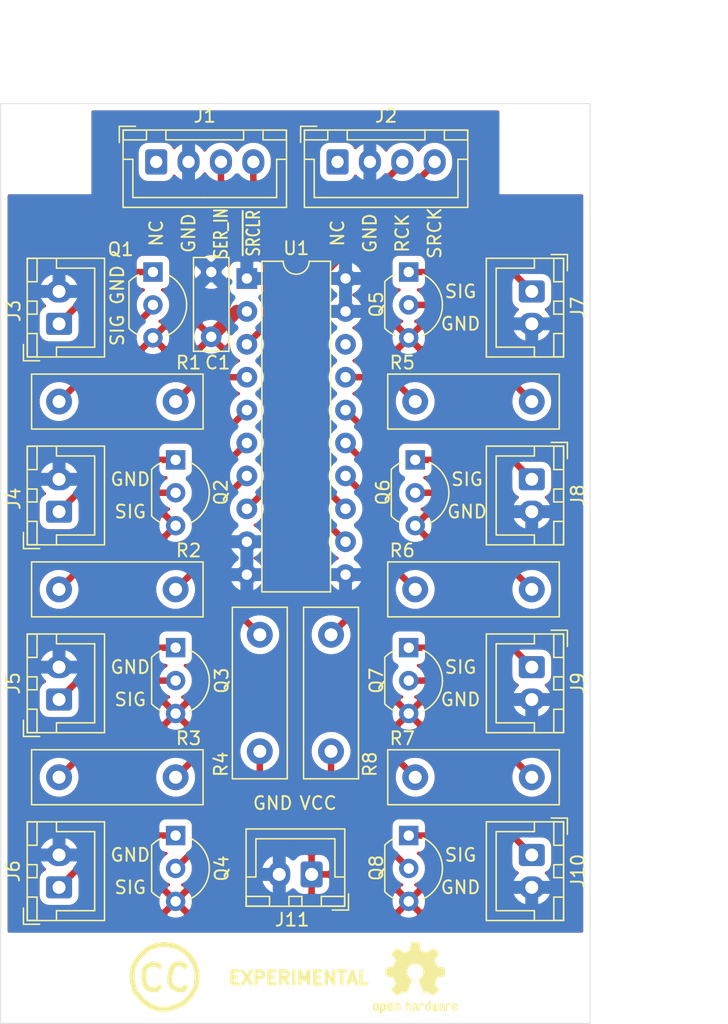
<source format=kicad_pcb>
(kicad_pcb (version 20171130) (host pcbnew "(5.1.4)-1")
  (layers (0 F.Cu signal) (31 B.Cu signal) (34 B.Paste user) (35 F.Paste user) (36 B.SilkS user) (37 F.SilkS user) (38 B.Mask user) (39 F.Mask user) (44 Edge.Cuts user))
  (net 0 "")
  (net 1 GND)
  (net 2 +5V)
  (net 3 "Net-(Q1-Pad2)")
  (net 4 "Net-(Q2-Pad2)")
  (net 5 "Net-(Q3-Pad2)")
  (net 6 "Net-(Q4-Pad2)")
  (net 7 "Net-(U1-Pad18)")
  (net 8 "Net-(J1-Pad1)")
  (net 9 "Net-(J2-Pad1)")
  (net 10 DRAIN0)
  (net 11 DRAIN1)
  (net 12 DRAIN7)
  (net 13 DRAIN6)
  (net 14 SRCLR)
  (net 15 SER_IN)
  (net 16 SRCK)
  (net 17 RCLK)
  (net 18 "Net-(J3-Pad1)")
  (net 19 "Net-(J4-Pad1)")
  (net 20 "Net-(J5-Pad1)")
  (net 21 "Net-(J6-Pad1)")
  (net 22 "Net-(J7-Pad1)")
  (net 23 "Net-(J8-Pad1)")
  (net 24 "Net-(J9-Pad1)")
  (net 25 "Net-(J10-Pad1)")
  (net 26 "Net-(Q5-Pad2)")
  (net 27 "Net-(Q6-Pad2)")
  (net 28 "Net-(Q7-Pad2)")
  (net 29 "Net-(Q8-Pad2)")
  (net 30 DRAIN2)
  (net 31 DRAIN3)
  (net 32 DRAIN5)
  (net 33 DRAIN4)
  (module Package_DIP:DIP-20_W7.62mm (layer F.Cu) (at 143 47)
    (fp_text reference U1 (at 3.81 -2.33) (layer F.SilkS))
    (fp_text value TPIC6595)
    (pad 20 thru_hole oval (at 7.62 0) (size 1.6 1.6) (drill 0.8) (layers *.Cu *.Mask) (net 1 GND))
    (pad 10 thru_hole oval (at 0 22.86) (size 1.6 1.6) (drill 0.8) (layers *.Cu *.Mask) (net 1 GND))
    (pad 19 thru_hole oval (at 7.62 2.54) (size 1.6 1.6) (drill 0.8) (layers *.Cu *.Mask) (net 1 GND))
    (pad 9 thru_hole oval (at 0 20.32) (size 1.6 1.6) (drill 0.8) (layers *.Cu *.Mask) (net 1 GND))
    (pad 18 thru_hole oval (at 7.62 5.08) (size 1.6 1.6) (drill 0.8) (layers *.Cu *.Mask) (net 7 "Net-(U1-Pad18)"))
    (pad 8 thru_hole oval (at 0 17.78) (size 1.6 1.6) (drill 0.8) (layers *.Cu *.Mask) (net 14 SRCLR))
    (pad 17 thru_hole oval (at 7.62 7.62) (size 1.6 1.6) (drill 0.8) (layers *.Cu *.Mask) (net 12 DRAIN7))
    (pad 7 thru_hole oval (at 0 15.24) (size 1.6 1.6) (drill 0.8) (layers *.Cu *.Mask) (net 31 DRAIN3))
    (pad 16 thru_hole oval (at 7.62 10.16) (size 1.6 1.6) (drill 0.8) (layers *.Cu *.Mask) (net 13 DRAIN6))
    (pad 6 thru_hole oval (at 0 12.7) (size 1.6 1.6) (drill 0.8) (layers *.Cu *.Mask) (net 30 DRAIN2))
    (pad 15 thru_hole oval (at 7.62 12.7) (size 1.6 1.6) (drill 0.8) (layers *.Cu *.Mask) (net 32 DRAIN5))
    (pad 5 thru_hole oval (at 0 10.16) (size 1.6 1.6) (drill 0.8) (layers *.Cu *.Mask) (net 11 DRAIN1))
    (pad 14 thru_hole oval (at 7.62 15.24) (size 1.6 1.6) (drill 0.8) (layers *.Cu *.Mask) (net 33 DRAIN4))
    (pad 4 thru_hole oval (at 0 7.62) (size 1.6 1.6) (drill 0.8) (layers *.Cu *.Mask) (net 10 DRAIN0))
    (pad 13 thru_hole oval (at 7.62 17.78) (size 1.6 1.6) (drill 0.8) (layers *.Cu *.Mask) (net 16 SRCK))
    (pad 3 thru_hole oval (at 0 5.08) (size 1.6 1.6) (drill 0.8) (layers *.Cu *.Mask) (net 15 SER_IN))
    (pad 12 thru_hole oval (at 7.62 20.32) (size 1.6 1.6) (drill 0.8) (layers *.Cu *.Mask) (net 17 RCLK))
    (pad 2 thru_hole oval (at 0 2.54) (size 1.6 1.6) (drill 0.8) (layers *.Cu *.Mask) (net 2 +5V))
    (pad 11 thru_hole oval (at 7.62 22.86) (size 1.6 1.6) (drill 0.8) (layers *.Cu *.Mask) (net 1 GND))
    (pad 1 thru_hole rect (at 0 0) (size 1.6 1.6) (drill 0.8) (layers *.Cu *.Mask) (net 1 GND))
  )
  (module Resistor_THT:R_Box_L13.0mm_W4.0mm_P9.00mm (layer F.Cu) (at 149.5 74.5 270)
    (fp_text reference R8 (at 10 -3 90) (layer F.SilkS))
    (fp_text value 270)
    (pad 2 thru_hole circle (at 9 0 270) (size 2 2) (drill 1) (layers *.Cu *.Mask) (net 29 "Net-(Q8-Pad2)"))
    (pad 1 thru_hole circle (at 0 0 270) (size 2 2) (drill 1) (layers *.Cu *.Mask) (net 33 DRAIN4))
  )
  (module Resistor_THT:R_Box_L13.0mm_W4.0mm_P9.00mm (layer F.Cu) (at 156 85.5)
    (fp_text reference R7 (at -1 -3) (layer F.SilkS))
    (fp_text value 270)
    (pad 2 thru_hole circle (at 9 0) (size 2 2) (drill 1) (layers *.Cu *.Mask) (net 28 "Net-(Q7-Pad2)"))
    (pad 1 thru_hole circle (at 0 0) (size 2 2) (drill 1) (layers *.Cu *.Mask) (net 32 DRAIN5))
  )
  (module Resistor_THT:R_Box_L13.0mm_W4.0mm_P9.00mm (layer F.Cu) (at 144 74.5 270)
    (fp_text reference R4 (at 10 3 90) (layer F.SilkS))
    (fp_text value 270)
    (pad 2 thru_hole circle (at 9 0 270) (size 2 2) (drill 1) (layers *.Cu *.Mask) (net 6 "Net-(Q4-Pad2)"))
    (pad 1 thru_hole circle (at 0 0 270) (size 2 2) (drill 1) (layers *.Cu *.Mask) (net 31 DRAIN3))
  )
  (module Resistor_THT:R_Box_L13.0mm_W4.0mm_P9.00mm (layer F.Cu) (at 137.5 85.5 180)
    (fp_text reference R3 (at -1 3) (layer F.SilkS))
    (fp_text value 270)
    (pad 2 thru_hole circle (at 9 0 180) (size 2 2) (drill 1) (layers *.Cu *.Mask) (net 5 "Net-(Q3-Pad2)"))
    (pad 1 thru_hole circle (at 0 0 180) (size 2 2) (drill 1) (layers *.Cu *.Mask) (net 30 DRAIN2))
  )
  (module Package_TO_SOT_THT:TO-92_Inline_Wide (layer F.Cu) (at 155.5 90 270)
    (fp_text reference Q8 (at 2.5 2.5 90) (layer F.SilkS))
    (fp_text value Q_NPN_EBC)
    (pad 1 thru_hole rect (at 0 0) (size 1.5 1.5) (drill 0.8) (layers *.Cu *.Mask) (net 25 "Net-(J10-Pad1)"))
    (pad 3 thru_hole circle (at 5.08 0) (size 1.5 1.5) (drill 0.8) (layers *.Cu *.Mask) (net 2 +5V))
    (pad 2 thru_hole circle (at 2.54 0) (size 1.5 1.5) (drill 0.8) (layers *.Cu *.Mask) (net 29 "Net-(Q8-Pad2)"))
  )
  (module Package_TO_SOT_THT:TO-92_Inline_Wide (layer F.Cu) (at 155.5 75.5 270)
    (fp_text reference Q7 (at 2.54 2.5 90) (layer F.SilkS))
    (fp_text value Q_NPN_EBC)
    (pad 1 thru_hole rect (at 0 0) (size 1.5 1.5) (drill 0.8) (layers *.Cu *.Mask) (net 24 "Net-(J9-Pad1)"))
    (pad 3 thru_hole circle (at 5.08 0) (size 1.5 1.5) (drill 0.8) (layers *.Cu *.Mask) (net 2 +5V))
    (pad 2 thru_hole circle (at 2.54 0) (size 1.5 1.5) (drill 0.8) (layers *.Cu *.Mask) (net 28 "Net-(Q7-Pad2)"))
  )
  (module Package_TO_SOT_THT:TO-92_Inline_Wide (layer F.Cu) (at 137.5 90 270)
    (fp_text reference Q4 (at 2.54 -3.56 90) (layer F.SilkS))
    (fp_text value Q_NPN_EBC)
    (pad 1 thru_hole rect (at 0 0) (size 1.5 1.5) (drill 0.8) (layers *.Cu *.Mask) (net 21 "Net-(J6-Pad1)"))
    (pad 3 thru_hole circle (at 5.08 0) (size 1.5 1.5) (drill 0.8) (layers *.Cu *.Mask) (net 2 +5V))
    (pad 2 thru_hole circle (at 2.54 0) (size 1.5 1.5) (drill 0.8) (layers *.Cu *.Mask) (net 6 "Net-(Q4-Pad2)"))
  )
  (module Package_TO_SOT_THT:TO-92_Inline_Wide (layer F.Cu) (at 137.5 75.5 270)
    (fp_text reference Q3 (at 2.54 -3.56 90) (layer F.SilkS))
    (fp_text value Q_NPN_EBC)
    (pad 1 thru_hole rect (at 0 0) (size 1.5 1.5) (drill 0.8) (layers *.Cu *.Mask) (net 20 "Net-(J5-Pad1)"))
    (pad 3 thru_hole circle (at 5.08 0) (size 1.5 1.5) (drill 0.8) (layers *.Cu *.Mask) (net 2 +5V))
    (pad 2 thru_hole circle (at 2.54 0) (size 1.5 1.5) (drill 0.8) (layers *.Cu *.Mask) (net 5 "Net-(Q3-Pad2)"))
  )
  (module Connector_JST:JST_XH_B2B-XH-A_1x02_P2.50mm_Vertical (layer F.Cu) (at 165 91.5 270)
    (fp_text reference J10 (at 1.25 -3.55 90) (layer F.SilkS))
    (fp_text value Conn_01x02)
    (pad 2 thru_hole oval (at 2.5 0 270) (size 1.7 2) (drill 1) (layers *.Cu *.Mask) (net 1 GND))
    (pad 1 thru_hole roundrect (at 0 0 270) (size 1.7 2) (drill 1) (layers *.Cu *.Mask) (roundrect_rratio 0.147059) (net 25 "Net-(J10-Pad1)"))
  )
  (module Connector_JST:JST_XH_B2B-XH-A_1x02_P2.50mm_Vertical (layer F.Cu) (at 165 77 270)
    (fp_text reference J9 (at 1.25 -3.55 90) (layer F.SilkS))
    (fp_text value Conn_01x02)
    (pad 2 thru_hole oval (at 2.5 0 270) (size 1.7 2) (drill 1) (layers *.Cu *.Mask) (net 1 GND))
    (pad 1 thru_hole roundrect (at 0 0 270) (size 1.7 2) (drill 1) (layers *.Cu *.Mask) (roundrect_rratio 0.147059) (net 24 "Net-(J9-Pad1)"))
  )
  (module Connector_JST:JST_XH_B2B-XH-A_1x02_P2.50mm_Vertical (layer F.Cu) (at 128.5 94 90)
    (fp_text reference J6 (at 1.25 -3.55 90) (layer F.SilkS))
    (fp_text value Conn_01x02)
    (pad 2 thru_hole oval (at 2.5 0 90) (size 1.7 2) (drill 1) (layers *.Cu *.Mask) (net 1 GND))
    (pad 1 thru_hole roundrect (at 0 0 90) (size 1.7 2) (drill 1) (layers *.Cu *.Mask) (roundrect_rratio 0.147059) (net 21 "Net-(J6-Pad1)"))
  )
  (module Connector_JST:JST_XH_B2B-XH-A_1x02_P2.50mm_Vertical (layer F.Cu) (at 128.5 79.5 90)
    (fp_text reference J5 (at 1.25 -3.55 90) (layer F.SilkS))
    (fp_text value Conn_01x02)
    (pad 2 thru_hole oval (at 2.5 0 90) (size 1.7 2) (drill 1) (layers *.Cu *.Mask) (net 1 GND))
    (pad 1 thru_hole roundrect (at 0 0 90) (size 1.7 2) (drill 1) (layers *.Cu *.Mask) (roundrect_rratio 0.147059) (net 20 "Net-(J5-Pad1)"))
  )
  (module Capacitor_THT:C_Disc_D7.0mm_W2.5mm_P5.00mm (layer F.Cu) (at 140.25 51.5 90)
    (fp_text reference C1 (at -2 0.5 180) (layer F.SilkS))
    (fp_text value 100nF)
    (pad 2 thru_hole circle (at 5 0 90) (size 1.6 1.6) (drill 0.8) (layers *.Cu *.Mask) (net 1 GND))
    (pad 1 thru_hole circle (at 0 0 90) (size 1.6 1.6) (drill 0.8) (layers *.Cu *.Mask) (net 2 +5V))
  )
  (module MountingHole:MountingHole_3.2mm_M3_DIN965 (layer F.Cu) (at 166 37 270)
    (fp_text reference REF** hide)
    (fp_text value MountingHole_3.2mm_M3_DIN965 hide)
    (pad 1 np_thru_hole circle (at 0 0 270) (size 3.2 3.2) (drill 3.2) (layers *.Cu *.Mask))
  )
  (module MountingHole:MountingHole_3.2mm_M3_DIN965 (layer F.Cu) (at 166 101 180)
    (fp_text reference REF** hide)
    (fp_text value MountingHole_3.2mm_M3_DIN965 hide)
    (pad 1 np_thru_hole circle (at 0 0 180) (size 3.2 3.2) (drill 3.2) (layers *.Cu *.Mask))
  )
  (module MountingHole:MountingHole_3.2mm_M3_DIN965 (layer F.Cu) (at 127.5 101 90)
    (fp_text reference REF** hide)
    (fp_text value MountingHole_3.2mm_M3_DIN965 hide)
    (pad 1 np_thru_hole circle (at 0 0 90) (size 3.2 3.2) (drill 3.2) (layers *.Cu *.Mask))
  )
  (module MountingHole:MountingHole_3.2mm_M3_DIN965 (layer F.Cu) (at 127.5 37 90)
    (fp_text reference REF** hide)
    (fp_text value MountingHole_3.2mm_M3_DIN965 hide)
    (pad 1 np_thru_hole circle (at 0 0 90) (size 3.2 3.2) (drill 3.2) (layers *.Cu *.Mask))
  )
  (module Symbol:OSHW-Logo2_7.3x6mm_SilkScreen (layer F.Cu) (at 156 101)
    (fp_text reference REF** hide)
    (fp_text value OSHW-Logo2_7.3x6mm_SilkScreen hide)
  )
  (module Symbol:Symbol_CreativeCommons_SilkScreenTop_Type2_Small (layer F.Cu) (at 136.5 101)
    (fp_text reference REF** hide)
    (fp_text value Symbol_CreativeCommons_SilkScreenTop_Type2_Small hide)
  )
  (module Resistor_THT:R_Box_L13.0mm_W4.0mm_P9.00mm (layer F.Cu) (at 137.5 71 180)
    (fp_text reference R2 (at -1 3 180) (layer F.SilkS))
    (fp_text value 270)
    (pad 2 thru_hole circle (at 9 0 180) (size 2 2) (drill 1) (layers *.Cu *.Mask) (net 4 "Net-(Q2-Pad2)"))
    (pad 1 thru_hole circle (at 0 0 180) (size 2 2) (drill 1) (layers *.Cu *.Mask) (net 11 DRAIN1))
  )
  (module Resistor_THT:R_Box_L13.0mm_W4.0mm_P9.00mm (layer F.Cu) (at 156 56.5)
    (fp_text reference R5 (at -1 -3) (layer F.SilkS))
    (fp_text value 270)
    (pad 2 thru_hole circle (at 9 0) (size 2 2) (drill 1) (layers *.Cu *.Mask) (net 26 "Net-(Q5-Pad2)"))
    (pad 1 thru_hole circle (at 0 0) (size 2 2) (drill 1) (layers *.Cu *.Mask) (net 12 DRAIN7))
  )
  (module Resistor_THT:R_Box_L13.0mm_W4.0mm_P9.00mm (layer F.Cu) (at 137.5 56.5 180)
    (fp_text reference R1 (at -1 3 180) (layer F.SilkS))
    (fp_text value 270)
    (pad 2 thru_hole circle (at 9 0 180) (size 2 2) (drill 1) (layers *.Cu *.Mask) (net 3 "Net-(Q1-Pad2)"))
    (pad 1 thru_hole circle (at 0 0 180) (size 2 2) (drill 1) (layers *.Cu *.Mask) (net 10 DRAIN0))
  )
  (module Resistor_THT:R_Box_L13.0mm_W4.0mm_P9.00mm (layer F.Cu) (at 156 71)
    (fp_text reference R6 (at -1 -3) (layer F.SilkS))
    (fp_text value 270)
    (pad 2 thru_hole circle (at 9 0) (size 2 2) (drill 1) (layers *.Cu *.Mask) (net 27 "Net-(Q6-Pad2)"))
    (pad 1 thru_hole circle (at 0 0) (size 2 2) (drill 1) (layers *.Cu *.Mask) (net 13 DRAIN6))
  )
  (module Package_TO_SOT_THT:TO-92_Inline_Wide (layer F.Cu) (at 137.5 61 270)
    (fp_text reference Q2 (at 2.5 -3.5 90) (layer F.SilkS))
    (fp_text value Q_NPN_EBC hide)
    (pad 1 thru_hole rect (at 0 0) (size 1.5 1.5) (drill 0.8) (layers *.Cu *.Mask) (net 19 "Net-(J4-Pad1)"))
    (pad 3 thru_hole circle (at 5.08 0) (size 1.5 1.5) (drill 0.8) (layers *.Cu *.Mask) (net 2 +5V))
    (pad 2 thru_hole circle (at 2.54 0) (size 1.5 1.5) (drill 0.8) (layers *.Cu *.Mask) (net 4 "Net-(Q2-Pad2)"))
  )
  (module Package_TO_SOT_THT:TO-92_Inline_Wide (layer F.Cu) (at 155.5 46.5 270)
    (fp_text reference Q5 (at 2.5 2.5 90) (layer F.SilkS))
    (fp_text value Q_NPN_EBC hide)
    (pad 1 thru_hole rect (at 0 0) (size 1.5 1.5) (drill 0.8) (layers *.Cu *.Mask) (net 22 "Net-(J7-Pad1)"))
    (pad 3 thru_hole circle (at 5.08 0) (size 1.5 1.5) (drill 0.8) (layers *.Cu *.Mask) (net 2 +5V))
    (pad 2 thru_hole circle (at 2.54 0) (size 1.5 1.5) (drill 0.8) (layers *.Cu *.Mask) (net 26 "Net-(Q5-Pad2)"))
  )
  (module Package_TO_SOT_THT:TO-92_Inline_Wide (layer F.Cu) (at 135.75 46.5 270)
    (fp_text reference Q1 (at -1.75 2.5) (layer F.SilkS))
    (fp_text value Q_NPN_EBC hide)
    (pad 1 thru_hole rect (at 0 0) (size 1.5 1.5) (drill 0.8) (layers *.Cu *.Mask) (net 18 "Net-(J3-Pad1)"))
    (pad 3 thru_hole circle (at 5.08 0) (size 1.5 1.5) (drill 0.8) (layers *.Cu *.Mask) (net 2 +5V))
    (pad 2 thru_hole circle (at 2.54 0) (size 1.5 1.5) (drill 0.8) (layers *.Cu *.Mask) (net 3 "Net-(Q1-Pad2)"))
  )
  (module Package_TO_SOT_THT:TO-92_Inline_Wide (layer F.Cu) (at 156 61 270)
    (fp_text reference Q6 (at 2.5 2.5 90) (layer F.SilkS))
    (fp_text value Q_NPN_EBC hide)
    (pad 1 thru_hole rect (at 0 0) (size 1.5 1.5) (drill 0.8) (layers *.Cu *.Mask) (net 23 "Net-(J8-Pad1)"))
    (pad 3 thru_hole circle (at 5.08 0) (size 1.5 1.5) (drill 0.8) (layers *.Cu *.Mask) (net 2 +5V))
    (pad 2 thru_hole circle (at 2.54 0) (size 1.5 1.5) (drill 0.8) (layers *.Cu *.Mask) (net 27 "Net-(Q6-Pad2)"))
  )
  (module Connector_JST:JST_XH_B2B-XH-A_1x02_P2.50mm_Vertical (layer F.Cu) (at 148 93 180)
    (fp_text reference J11 (at 1.5 -3.5) (layer F.SilkS))
    (fp_text value Conn_01x02 hide)
    (pad 2 thru_hole oval (at 2.5 0 180) (size 1.7 2) (drill 1) (layers *.Cu *.Mask) (net 1 GND))
    (pad 1 thru_hole roundrect (at 0 0 180) (size 1.7 2) (drill 1) (layers *.Cu *.Mask) (roundrect_rratio 0.147059) (net 2 +5V))
  )
  (module Connector_JST:JST_XH_B2B-XH-A_1x02_P2.50mm_Vertical (layer F.Cu) (at 128.5 65 90)
    (fp_text reference J4 (at 1 -3.5 90) (layer F.SilkS))
    (fp_text value Conn_01x02 hide)
    (pad 2 thru_hole oval (at 2.5 0 90) (size 1.7 2) (drill 1) (layers *.Cu *.Mask) (net 1 GND))
    (pad 1 thru_hole roundrect (at 0 0 90) (size 1.7 2) (drill 1) (layers *.Cu *.Mask) (roundrect_rratio 0.147059) (net 19 "Net-(J4-Pad1)"))
  )
  (module Connector_JST:JST_XH_B2B-XH-A_1x02_P2.50mm_Vertical (layer F.Cu) (at 165 48 270)
    (fp_text reference J7 (at 1.25 -3.55 90) (layer F.SilkS))
    (fp_text value Conn_01x02 hide)
    (pad 2 thru_hole oval (at 2.5 0 270) (size 1.7 2) (drill 1) (layers *.Cu *.Mask) (net 1 GND))
    (pad 1 thru_hole roundrect (at 0 0 270) (size 1.7 2) (drill 1) (layers *.Cu *.Mask) (roundrect_rratio 0.147059) (net 22 "Net-(J7-Pad1)"))
  )
  (module Connector_JST:JST_XH_B2B-XH-A_1x02_P2.50mm_Vertical (layer F.Cu) (at 128.5 50.5 90)
    (fp_text reference J3 (at 1 -3.5 270) (layer F.SilkS))
    (fp_text value Conn_01x02 hide)
    (pad 2 thru_hole oval (at 2.5 0 90) (size 1.7 2) (drill 1) (layers *.Cu *.Mask) (net 1 GND))
    (pad 1 thru_hole roundrect (at 0 0 90) (size 1.7 2) (drill 1) (layers *.Cu *.Mask) (roundrect_rratio 0.147059) (net 18 "Net-(J3-Pad1)"))
  )
  (module Connector_JST:JST_XH_B2B-XH-A_1x02_P2.50mm_Vertical (layer F.Cu) (at 165 62.5 270)
    (fp_text reference J8 (at 1.25 -3.55 90) (layer F.SilkS))
    (fp_text value Conn_01x02 hide)
    (pad 2 thru_hole oval (at 2.5 0 270) (size 1.7 2) (drill 1) (layers *.Cu *.Mask) (net 1 GND))
    (pad 1 thru_hole roundrect (at 0 0 270) (size 1.7 2) (drill 1) (layers *.Cu *.Mask) (roundrect_rratio 0.147059) (net 23 "Net-(J8-Pad1)"))
  )
  (module Connector_JST:JST_XH_B4B-XH-A_1x04_P2.50mm_Vertical (layer F.Cu) (at 150 38)
    (fp_text reference J2 (at 3.75 -3.55) (layer F.SilkS))
    (fp_text value Conn_01x04 hide)
    (pad 4 thru_hole oval (at 7.5 0) (size 1.7 1.95) (drill 0.95) (layers *.Cu *.Mask) (net 16 SRCK))
    (pad 3 thru_hole oval (at 5 0) (size 1.7 1.95) (drill 0.95) (layers *.Cu *.Mask) (net 17 RCLK))
    (pad 2 thru_hole oval (at 2.5 0) (size 1.7 1.95) (drill 0.95) (layers *.Cu *.Mask) (net 1 GND))
    (pad 1 thru_hole roundrect (at 0 0) (size 1.7 1.95) (drill 0.95) (layers *.Cu *.Mask) (roundrect_rratio 0.147059) (net 9 "Net-(J2-Pad1)"))
  )
  (module Connector_JST:JST_XH_B4B-XH-A_1x04_P2.50mm_Vertical (layer F.Cu) (at 136 38)
    (fp_text reference J1 (at 3.75 -3.55) (layer F.SilkS))
    (fp_text value Conn_01x04 hide)
    (pad 4 thru_hole oval (at 7.5 0) (size 1.7 1.95) (drill 0.95) (layers *.Cu *.Mask) (net 14 SRCLR))
    (pad 3 thru_hole oval (at 5 0) (size 1.7 1.95) (drill 0.95) (layers *.Cu *.Mask) (net 15 SER_IN))
    (pad 2 thru_hole oval (at 2.5 0) (size 1.7 1.95) (drill 0.95) (layers *.Cu *.Mask) (net 1 GND))
    (pad 1 thru_hole roundrect (at 0 0) (size 1.7 1.95) (drill 0.95) (layers *.Cu *.Mask) (roundrect_rratio 0.147059) (net 8 "Net-(J1-Pad1)"))
  )
  (gr_text GND (at 134 91.5) (layer F.SilkS) (effects (font (size 1 1))))
  (gr_text SIG (at 134 94) (layer F.SilkS) (effects (font (size 1 1))))
  (gr_text GND (at 134 77) (layer F.SilkS) (effects (font (size 1 1))))
  (gr_text SIG (at 134 79.5) (layer F.SilkS) (effects (font (size 1 1))))
  (gr_text SIG (at 159.5 91.5) (layer F.SilkS) (effects (font (size 1 1))))
  (gr_text GND (at 159.5 94) (layer F.SilkS) (effects (font (size 1 1))))
  (gr_text SIG (at 159.5 77) (layer F.SilkS) (effects (font (size 1 1))))
  (gr_text GND (at 159.5 79.5) (layer F.SilkS) (effects (font (size 1 1))))
  (gr_line (start 169.5 104.5) (end 169.5 82) (layer Edge.Cuts) (width 0.05))
  (gr_line (start 124 104.5) (end 169.5 104.5) (layer Edge.Cuts) (width 0.05))
  (gr_line (start 124 82) (end 124 104.5) (layer Edge.Cuts) (width 0.05))
  (gr_text ~SRCLR~ (at 143.5 43.5 90) (layer F.SilkS) (effects (font (size 1 0.75))))
  (gr_text EXPERIMENTAL (at 147 101) (layer F.SilkS) (effects (font (size 1 1) (thickness 0.25))))
  (gr_text GND (at 160 65) (layer F.SilkS) (effects (font (size 1 1))))
  (gr_text SIG (at 160 62.5) (layer F.SilkS) (effects (font (size 1 1))))
  (gr_text SIG (at 159.5 48) (layer F.SilkS) (effects (font (size 1 1))))
  (gr_text GND (at 159.5 50.5) (layer F.SilkS) (effects (font (size 1 1))))
  (gr_text SIG (at 134 65) (layer F.SilkS) (effects (font (size 1 1))))
  (gr_text GND (at 134 62.5) (layer F.SilkS) (effects (font (size 1 1))))
  (gr_line (start 169.5 33.5) (end 169.5 82) (layer Edge.Cuts) (width 0.05))
  (gr_line (start 124 33.5) (end 169.5 33.5) (layer Edge.Cuts) (width 0.05))
  (gr_line (start 124 82) (end 124 33.5) (layer Edge.Cuts) (width 0.05))
  (gr_text GND (at 133 47.5 90) (layer F.SilkS) (effects (font (size 1 1))))
  (gr_text SIG (at 133 51 90) (layer F.SilkS) (effects (font (size 1 1))))
  (gr_text VCC (at 148.5 87.5) (layer F.SilkS) (effects (font (size 1 1))))
  (gr_text GND (at 145 87.5) (layer F.SilkS) (effects (font (size 1 1))))
  (gr_text GND (at 152.5 43.5 90) (layer F.SilkS) (effects (font (size 1 1))))
  (gr_text NC (at 150 43.5 90) (layer F.SilkS) (effects (font (size 1 1))))
  (gr_text SRCK (at 157.5 43.5 90) (layer F.SilkS) (effects (font (size 1 1))))
  (gr_text GND (at 138.5 43.5 90) (layer F.SilkS) (effects (font (size 1 1))))
  (gr_text NC (at 136 43.5 90) (layer F.SilkS) (effects (font (size 1 1))))
  (gr_text SER_IN (at 141 43.5 90) (layer F.SilkS) (effects (font (size 1 0.75))))
  (gr_text RCK (at 155 43.5 90) (layer F.SilkS) (effects (font (size 1 1))))
  (segment (start 142.21 49.54) (end 140.25 51.5) (width 1) (layer F.Cu) (net 2))
  (segment (start 143 49.54) (end 142.21 49.54) (width 1) (layer F.Cu) (net 2))
  (segment (start 135.96 49.04) (end 128.5 56.5) (width 0.5) (layer F.Cu) (net 3))
  (segment (start 135.96 63.54) (end 128.5 71) (width 0.5) (layer F.Cu) (net 4))
  (segment (start 137.5 63.54) (end 135.96 63.54) (width 0.5) (layer F.Cu) (net 4))
  (segment (start 135.96 78.04) (end 128.5 85.5) (width 0.5) (layer F.Cu) (net 5))
  (segment (start 137.5 78.04) (end 135.96 78.04) (width 0.5) (layer F.Cu) (net 5))
  (segment (start 144 86.04) (end 137.5 92.54) (width 0.5) (layer F.Cu) (net 6))
  (segment (start 144 83.5) (end 144 86.04) (width 0.5) (layer F.Cu) (net 6))
  (segment (start 157.54 49.04) (end 165 56.5) (width 0.5) (layer F.Cu) (net 26))
  (segment (start 155.5 49.04) (end 157.54 49.04) (width 0.5) (layer F.Cu) (net 26))
  (segment (start 139.38 54.62) (end 137.5 56.5) (width 0.5) (layer F.Cu) (net 10))
  (segment (start 143 54.62) (end 139.38 54.62) (width 0.5) (layer F.Cu) (net 10))
  (segment (start 138.499999 70.000001) (end 137.5 71) (width 0.5) (layer F.Cu) (net 11))
  (segment (start 139 69.5) (end 138.499999 70.000001) (width 0.5) (layer F.Cu) (net 11))
  (segment (start 143 57.16) (end 139 61.16) (width 0.5) (layer F.Cu) (net 11))
  (segment (start 139 61.16) (end 139 69.5) (width 0.5) (layer F.Cu) (net 11))
  (segment (start 154.12 54.62) (end 156 56.5) (width 0.5) (layer F.Cu) (net 12))
  (segment (start 150.62 54.62) (end 154.12 54.62) (width 0.5) (layer F.Cu) (net 12))
  (segment (start 155.000001 70.000001) (end 156 71) (width 0.5) (layer F.Cu) (net 13))
  (segment (start 154.5 69.5) (end 155.000001 70.000001) (width 0.5) (layer F.Cu) (net 13))
  (segment (start 150.62 57.16) (end 154.5 61.04) (width 0.5) (layer F.Cu) (net 13))
  (segment (start 154.5 61.04) (end 154.5 69.5) (width 0.5) (layer F.Cu) (net 13))
  (segment (start 143.799999 63.980001) (end 143 64.78) (width 0.5) (layer F.Cu) (net 14))
  (segment (start 145.5 62.28) (end 143.799999 63.980001) (width 0.5) (layer F.Cu) (net 14))
  (segment (start 145.5 41.475) (end 145.5 62.28) (width 0.5) (layer F.Cu) (net 14))
  (segment (start 143.5 38) (end 143.5 39.475) (width 0.5) (layer F.Cu) (net 14))
  (segment (start 143.5 39.475) (end 145.5 41.475) (width 0.5) (layer F.Cu) (net 14))
  (segment (start 143.799999 51.280001) (end 143 52.08) (width 0.5) (layer F.Cu) (net 15))
  (segment (start 144.5 50.58) (end 143.799999 51.280001) (width 0.5) (layer F.Cu) (net 15))
  (segment (start 144.5 42.975) (end 144.5 50.58) (width 0.5) (layer F.Cu) (net 15))
  (segment (start 141 38) (end 141 39.475) (width 0.5) (layer F.Cu) (net 15))
  (segment (start 141 39.475) (end 144.5 42.975) (width 0.5) (layer F.Cu) (net 15))
  (segment (start 157.5 38.125) (end 157.5 38) (width 0.5) (layer F.Cu) (net 16))
  (segment (start 149 46.625) (end 157.5 38.125) (width 0.5) (layer F.Cu) (net 16))
  (segment (start 150.62 64.78) (end 149 63.16) (width 0.5) (layer F.Cu) (net 16))
  (segment (start 149 63.16) (end 149 46.625) (width 0.5) (layer F.Cu) (net 16))
  (segment (start 150.62 67.32) (end 148 64.7) (width 0.5) (layer F.Cu) (net 17))
  (segment (start 155 38.125) (end 155 38) (width 0.5) (layer F.Cu) (net 17))
  (segment (start 148 45.125) (end 155 38.125) (width 0.5) (layer F.Cu) (net 17))
  (segment (start 148 45.5) (end 148 45.125) (width 0.5) (layer F.Cu) (net 17))
  (segment (start 148 64.7) (end 148 45.5) (width 0.5) (layer F.Cu) (net 17))
  (segment (start 132.5 46.5) (end 128.5 50.5) (width 0.5) (layer F.Cu) (net 18))
  (segment (start 135.75 46.5) (end 132.5 46.5) (width 0.5) (layer F.Cu) (net 18))
  (segment (start 132.5 61) (end 128.5 65) (width 0.5) (layer F.Cu) (net 19))
  (segment (start 137.5 61) (end 132.5 61) (width 0.5) (layer F.Cu) (net 19))
  (segment (start 132.5 75.5) (end 128.5 79.5) (width 0.5) (layer F.Cu) (net 20))
  (segment (start 137.5 75.5) (end 132.5 75.5) (width 0.5) (layer F.Cu) (net 20))
  (segment (start 132.5 90) (end 128.5 94) (width 0.5) (layer F.Cu) (net 21))
  (segment (start 137.5 90) (end 132.5 90) (width 0.5) (layer F.Cu) (net 21))
  (segment (start 163.5 46.5) (end 165 48) (width 0.5) (layer F.Cu) (net 22))
  (segment (start 155.5 46.5) (end 163.5 46.5) (width 0.5) (layer F.Cu) (net 22))
  (segment (start 163.5 61) (end 165 62.5) (width 0.5) (layer F.Cu) (net 23))
  (segment (start 156 61) (end 163.5 61) (width 0.5) (layer F.Cu) (net 23))
  (segment (start 163.5 75.5) (end 165 77) (width 0.5) (layer F.Cu) (net 24))
  (segment (start 155.5 75.5) (end 163.5 75.5) (width 0.5) (layer F.Cu) (net 24))
  (segment (start 163.5 90) (end 165 91.5) (width 0.5) (layer F.Cu) (net 25))
  (segment (start 155.5 90) (end 163.5 90) (width 0.5) (layer F.Cu) (net 25))
  (segment (start 157.54 63.54) (end 165 71) (width 0.5) (layer F.Cu) (net 27))
  (segment (start 156 63.54) (end 157.54 63.54) (width 0.5) (layer F.Cu) (net 27))
  (segment (start 157.54 78.04) (end 165 85.5) (width 0.5) (layer F.Cu) (net 28))
  (segment (start 155.5 78.04) (end 157.54 78.04) (width 0.5) (layer F.Cu) (net 28))
  (segment (start 149.5 86.54) (end 155.5 92.54) (width 0.5) (layer F.Cu) (net 29))
  (segment (start 149.5 83.5) (end 149.5 86.54) (width 0.5) (layer F.Cu) (net 29))
  (segment (start 138.499999 84.500001) (end 137.5 85.5) (width 0.5) (layer F.Cu) (net 30))
  (segment (start 140 83) (end 138.499999 84.500001) (width 0.5) (layer F.Cu) (net 30))
  (segment (start 143 59.7) (end 140 62.7) (width 0.5) (layer F.Cu) (net 30))
  (segment (start 140 62.7) (end 140 83) (width 0.5) (layer F.Cu) (net 30))
  (segment (start 143.000001 73.500001) (end 144 74.5) (width 0.5) (layer F.Cu) (net 31))
  (segment (start 141 71.5) (end 143.000001 73.500001) (width 0.5) (layer F.Cu) (net 31))
  (segment (start 143 62.24) (end 141 64.24) (width 0.5) (layer F.Cu) (net 31))
  (segment (start 141 64.24) (end 141 71.5) (width 0.5) (layer F.Cu) (net 31))
  (segment (start 155.000001 84.500001) (end 156 85.5) (width 0.5) (layer F.Cu) (net 32))
  (segment (start 153.5 83) (end 155.000001 84.500001) (width 0.5) (layer F.Cu) (net 32))
  (segment (start 150.62 59.7) (end 153.5 62.58) (width 0.5) (layer F.Cu) (net 32))
  (segment (start 153.5 62.58) (end 153.5 83) (width 0.5) (layer F.Cu) (net 32))
  (segment (start 150.499999 73.500001) (end 149.5 74.5) (width 0.5) (layer F.Cu) (net 33))
  (segment (start 152.5 71.5) (end 150.499999 73.500001) (width 0.5) (layer F.Cu) (net 33))
  (segment (start 150.62 62.24) (end 152.5 64.12) (width 0.5) (layer F.Cu) (net 33))
  (segment (start 152.5 64.12) (end 152.5 71.5) (width 0.5) (layer F.Cu) (net 33))
  (zone (net 0) (net_name "") (layer F.Cu) (connect_pads (clearance 0.5)) (min_thickness 0.254)
    (keepout (tracks allowed) (vias not_allowed) (copperpour not_allowed))
    (fill (arc_segments 32) (thermal_gap 0.508) (thermal_bridge_width 0.508))
    (polygon (pts (xy 141 51.5) (xy 140.25 50.75) (xy 140 50.25) (xy 141.75 48.5) (xy 143.490304 48.5) (xy 143.490304 50.5) (xy 142.990304 50.5) (xy 141.490304 52) (xy 141.25 51.75)))
  )
  (zone (net 1) (net_name GND) (layer B.Cu) (connect_pads (clearance 0.5)) (min_thickness 0.5) (fill yes (arc_segments 32) (thermal_gap 0.5) (thermal_bridge_width 1))
    (polygon (pts (xy 124.5 40.5) (xy 131 40.5) (xy 131 34) (xy 162.5 34) (xy 162.5 40.5) (xy 168.5 40.5) (xy 169 40.5) (xy 169 97.5) (xy 162.5 97.5) (xy 131 97.5) (xy 124.5 97.5)))
  )
  (zone (net 2) (net_name +5V) (layer F.Cu) (connect_pads (clearance 0.5)) (min_thickness 0.254) (fill yes (arc_segments 32) (thermal_gap 0.508) (thermal_bridge_width 0.508))
    (polygon (pts (xy 131 40.5) (xy 131 34) (xy 162.5 34) (xy 162.5 40.5) (xy 169 40.5) (xy 169 97.5) (xy 124.5 97.5) (xy 124.5 40.5)))
  )
)
</source>
